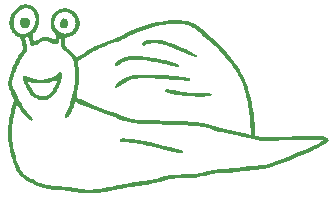
<source format=gto>
G04 Layer: TopSilkscreenLayer*
G04 EasyEDA v6.4.31, 2022-02-20 19:53:06*
G04 0ed3418abafd4005aecf6b74550100da,e2c35ec14d3a475c8af15a16e8970ea9,10*
G04 Gerber Generator version 0.2*
G04 Scale: 100 percent, Rotated: No, Reflected: No *
G04 Dimensions in millimeters *
G04 leading zeros omitted , absolute positions ,4 integer and 5 decimal *
%FSLAX45Y45*%
%MOMM*%

%ADD10C,0.0001*%

%LPD*%
G36*
X1974037Y-549706D02*
G01*
X1967738Y-549859D01*
X1961642Y-550316D01*
X1955698Y-551027D01*
X1950008Y-551992D01*
X1944573Y-553262D01*
X1939493Y-554837D01*
X1934718Y-556666D01*
X1930400Y-558800D01*
X1924964Y-561949D01*
X1914448Y-568909D01*
X1904492Y-576681D01*
X1895195Y-585216D01*
X1886508Y-594410D01*
X1878482Y-604215D01*
X1871218Y-614527D01*
X1864664Y-625348D01*
X1858924Y-636574D01*
X1853946Y-648106D01*
X1849882Y-659942D01*
X1846681Y-671931D01*
X1844446Y-684072D01*
X1843125Y-696214D01*
X1842852Y-704646D01*
X1879701Y-704646D01*
X1879803Y-697788D01*
X1880666Y-684784D01*
X1882393Y-672693D01*
X1884984Y-661466D01*
X1886610Y-656234D01*
X1888439Y-651205D01*
X1890471Y-646379D01*
X1892757Y-641807D01*
X1895246Y-637489D01*
X1898599Y-632256D01*
X1902206Y-627278D01*
X1906016Y-622503D01*
X1910029Y-617982D01*
X1918614Y-609650D01*
X1927809Y-602335D01*
X1932584Y-599033D01*
X1942490Y-593293D01*
X1947570Y-590804D01*
X1952701Y-588619D01*
X1963064Y-585114D01*
X1968296Y-583793D01*
X1973529Y-582777D01*
X1978710Y-582066D01*
X1989023Y-581609D01*
X1994052Y-581863D01*
X1999030Y-582472D01*
X2003907Y-583387D01*
X2008682Y-584606D01*
X2013305Y-586232D01*
X2017775Y-588162D01*
X2022093Y-590448D01*
X2026259Y-593140D01*
X2030475Y-596290D01*
X2034438Y-599592D01*
X2038197Y-603097D01*
X2041652Y-606755D01*
X2047849Y-614527D01*
X2050592Y-618591D01*
X2055317Y-627176D01*
X2059178Y-636168D01*
X2060752Y-640791D01*
X2063191Y-650341D01*
X2064105Y-655167D01*
X2065223Y-665022D01*
X2065528Y-675081D01*
X2065020Y-685139D01*
X2063699Y-695248D01*
X2061565Y-705256D01*
X2058670Y-715162D01*
X2055012Y-724814D01*
X2050694Y-734212D01*
X2045614Y-743204D01*
X2039874Y-751789D01*
X2033473Y-759866D01*
X2030069Y-763727D01*
X2022703Y-770940D01*
X2014728Y-777443D01*
X2006193Y-783183D01*
X2001723Y-785774D01*
X1992325Y-790244D01*
X1982419Y-793800D01*
X1972005Y-796340D01*
X1959864Y-798017D01*
X1953971Y-798525D01*
X1948688Y-798677D01*
X1943963Y-798423D01*
X1939594Y-797610D01*
X1935429Y-796340D01*
X1931365Y-794410D01*
X1927250Y-791870D01*
X1922932Y-788568D01*
X1918207Y-784555D01*
X1907184Y-773938D01*
X1896618Y-762863D01*
X1892503Y-757986D01*
X1889099Y-753313D01*
X1886356Y-748741D01*
X1884172Y-744067D01*
X1882546Y-739140D01*
X1881327Y-733755D01*
X1880514Y-727811D01*
X1880006Y-721055D01*
X1879701Y-704646D01*
X1842852Y-704646D01*
X1843074Y-714451D01*
X1843532Y-720496D01*
X1844293Y-726490D01*
X1845462Y-732536D01*
X1847088Y-738682D01*
X1849170Y-744982D01*
X1851660Y-751281D01*
X1854555Y-757631D01*
X1857806Y-763981D01*
X1861362Y-770229D01*
X1865223Y-776376D01*
X1869338Y-782370D01*
X1873656Y-788162D01*
X1878177Y-793699D01*
X1882851Y-798982D01*
X1887677Y-803910D01*
X1892554Y-808482D01*
X1897481Y-812698D01*
X1902460Y-816406D01*
X1907387Y-819607D01*
X1912315Y-822299D01*
X1917141Y-824433D01*
X1925574Y-827024D01*
X1928825Y-828395D01*
X1931670Y-830173D01*
X1934260Y-832459D01*
X1936597Y-835355D01*
X1938680Y-838962D01*
X1940610Y-843381D01*
X1942490Y-848664D01*
X1944268Y-855014D01*
X1947925Y-871169D01*
X1951989Y-892657D01*
X1954936Y-910539D01*
X1955647Y-917448D01*
X1955850Y-923340D01*
X1955444Y-928420D01*
X1954377Y-932992D01*
X1952701Y-937260D01*
X1950313Y-941527D01*
X1947164Y-945997D01*
X1932381Y-964387D01*
X1926031Y-973277D01*
X1919579Y-983183D01*
X1913026Y-993952D01*
X1906473Y-1005484D01*
X1899920Y-1017727D01*
X1887067Y-1043686D01*
X1880819Y-1057249D01*
X1868932Y-1084935D01*
X1863394Y-1098854D01*
X1853336Y-1126337D01*
X1848866Y-1139698D01*
X1844903Y-1152652D01*
X1841398Y-1165098D01*
X1838452Y-1176883D01*
X1836064Y-1187958D01*
X1834286Y-1198219D01*
X1833219Y-1207516D01*
X1832813Y-1215796D01*
X1833270Y-1224229D01*
X1834591Y-1233576D01*
X1836724Y-1243685D01*
X1839671Y-1254556D01*
X1843481Y-1266088D01*
X1848053Y-1278280D01*
X1853387Y-1291082D01*
X1859534Y-1304442D01*
X1886254Y-1360119D01*
X1868678Y-1416405D01*
X1860854Y-1443075D01*
X1853946Y-1468882D01*
X1847951Y-1493977D01*
X1842922Y-1518462D01*
X1838807Y-1542389D01*
X1835657Y-1566011D01*
X1833372Y-1589278D01*
X1832254Y-1606651D01*
X1831593Y-1629714D01*
X1831604Y-1642465D01*
X1864055Y-1642465D01*
X1864207Y-1631950D01*
X1865579Y-1608582D01*
X1868119Y-1582623D01*
X1871776Y-1555038D01*
X1876348Y-1526641D01*
X1881733Y-1498244D01*
X1887778Y-1470761D01*
X1890979Y-1457604D01*
X1894332Y-1444955D01*
X1907946Y-1399133D01*
X1934006Y-1438402D01*
X1942947Y-1450949D01*
X1952345Y-1463243D01*
X1961946Y-1475079D01*
X1971598Y-1486306D01*
X1981149Y-1496771D01*
X1990445Y-1506220D01*
X1999284Y-1514551D01*
X2007514Y-1521510D01*
X2014931Y-1527048D01*
X2018284Y-1529181D01*
X2024227Y-1532128D01*
X2026767Y-1532890D01*
X2028952Y-1533144D01*
X2033828Y-1532788D01*
X2037689Y-1531721D01*
X2040483Y-1529994D01*
X2042210Y-1527657D01*
X2042871Y-1524660D01*
X2042515Y-1521104D01*
X2041143Y-1517040D01*
X2038756Y-1512468D01*
X2035352Y-1507439D01*
X2030933Y-1501902D01*
X2025497Y-1496009D01*
X2016302Y-1487017D01*
X2010460Y-1480921D01*
X2004212Y-1473809D01*
X1997608Y-1465834D01*
X1990699Y-1457045D01*
X1976272Y-1437284D01*
X1961184Y-1415034D01*
X1945843Y-1390904D01*
X1938121Y-1378305D01*
X1926742Y-1358849D01*
X1912061Y-1332433D01*
X1905000Y-1319123D01*
X1894941Y-1299210D01*
X1879955Y-1267968D01*
X1874164Y-1255115D01*
X1869897Y-1244447D01*
X1867001Y-1235303D01*
X1866036Y-1231087D01*
X1864969Y-1223010D01*
X1864969Y-1214882D01*
X1865934Y-1206093D01*
X1867712Y-1195933D01*
X1870202Y-1183792D01*
X1872234Y-1175308D01*
X1874875Y-1165910D01*
X1878075Y-1155750D01*
X1886051Y-1133551D01*
X1895754Y-1109472D01*
X1906727Y-1084478D01*
X1915617Y-1065580D01*
X1921713Y-1053134D01*
X1931009Y-1034999D01*
X1943506Y-1012240D01*
X1949653Y-1001725D01*
X1961489Y-982980D01*
X1967128Y-974953D01*
X1977288Y-961644D01*
X1981707Y-955192D01*
X1985568Y-948842D01*
X1988769Y-942797D01*
X1991258Y-937260D01*
X1992934Y-932281D01*
X1993747Y-928217D01*
X1993544Y-925068D01*
X1989632Y-908303D01*
X1980387Y-862228D01*
X1976323Y-845007D01*
X1975764Y-839317D01*
X1977389Y-834644D01*
X1981047Y-831138D01*
X1986686Y-829056D01*
X1990801Y-828395D01*
X1994509Y-828294D01*
X1997811Y-828852D01*
X2000808Y-830122D01*
X2003450Y-832154D01*
X2005838Y-834999D01*
X2007971Y-838708D01*
X2009952Y-843330D01*
X2011730Y-848969D01*
X2013457Y-855624D01*
X2018436Y-882091D01*
X2020112Y-889406D01*
X2022093Y-894587D01*
X2024684Y-897991D01*
X2028240Y-899769D01*
X2033117Y-900277D01*
X2039518Y-899769D01*
X2047900Y-898499D01*
X2053742Y-897229D01*
X2060346Y-895248D01*
X2067509Y-892708D01*
X2074976Y-889609D01*
X2082546Y-886104D01*
X2090013Y-882294D01*
X2097024Y-878281D01*
X2110079Y-869797D01*
X2121611Y-862787D01*
X2126792Y-860196D01*
X2131720Y-858113D01*
X2136495Y-856640D01*
X2141118Y-855776D01*
X2145792Y-855421D01*
X2150618Y-855675D01*
X2155596Y-856538D01*
X2160879Y-857961D01*
X2166569Y-859942D01*
X2179472Y-865632D01*
X2202789Y-877569D01*
X2210003Y-880821D01*
X2216759Y-883412D01*
X2223058Y-885342D01*
X2228900Y-886612D01*
X2234336Y-887221D01*
X2239314Y-887120D01*
X2243886Y-886358D01*
X2248001Y-884936D01*
X2251760Y-882853D01*
X2255164Y-880059D01*
X2258110Y-876604D01*
X2260752Y-872439D01*
X2263038Y-867613D01*
X2264968Y-862076D01*
X2271725Y-834491D01*
X2272944Y-830783D01*
X2273960Y-828751D01*
X2274773Y-828497D01*
X2275484Y-829970D01*
X2275992Y-833272D01*
X2276703Y-845210D01*
X2277110Y-864463D01*
X2277618Y-878027D01*
X2278938Y-889914D01*
X2279954Y-895350D01*
X2281224Y-900480D01*
X2282799Y-905408D01*
X2284730Y-910132D01*
X2287066Y-914704D01*
X2289708Y-919124D01*
X2292807Y-923493D01*
X2296363Y-927862D01*
X2300376Y-932180D01*
X2304846Y-936599D01*
X2315464Y-945692D01*
X2328418Y-955548D01*
X2343861Y-966368D01*
X2351074Y-971753D01*
X2357678Y-977646D01*
X2363724Y-984148D01*
X2369210Y-991260D01*
X2374188Y-999083D01*
X2378608Y-1007668D01*
X2382520Y-1017066D01*
X2385923Y-1027277D01*
X2387498Y-1032713D01*
X2390190Y-1044346D01*
X2392476Y-1056995D01*
X2394305Y-1070660D01*
X2395728Y-1085494D01*
X2396744Y-1101445D01*
X2397404Y-1118616D01*
X2397658Y-1137056D01*
X2397455Y-1170635D01*
X2396591Y-1198270D01*
X2394864Y-1222857D01*
X2393645Y-1234490D01*
X2392121Y-1246073D01*
X2388057Y-1269695D01*
X2382469Y-1295400D01*
X2375099Y-1325219D01*
X2413203Y-1325219D01*
X2413457Y-1319631D01*
X2414219Y-1312773D01*
X2417368Y-1294231D01*
X2424836Y-1255877D01*
X2426868Y-1244142D01*
X2429306Y-1226718D01*
X2430627Y-1215085D01*
X2432354Y-1191056D01*
X2432862Y-1178560D01*
X2433066Y-1165453D01*
X2432964Y-1144625D01*
X2432558Y-1129741D01*
X2428036Y-1025652D01*
X2511501Y-975664D01*
X2537409Y-960780D01*
X2562453Y-946962D01*
X2586736Y-934212D01*
X2610408Y-922375D01*
X2639263Y-908862D01*
X2661920Y-899007D01*
X2689961Y-887780D01*
X2712262Y-879602D01*
X2740152Y-870051D01*
X2752140Y-865581D01*
X2777337Y-855370D01*
X2802737Y-844092D01*
X2826308Y-832612D01*
X2836773Y-827125D01*
X2853893Y-817422D01*
X2870403Y-808634D01*
X2879090Y-804367D01*
X2892653Y-798068D01*
X2911957Y-789838D01*
X2932633Y-781761D01*
X2954832Y-773836D01*
X2978708Y-766013D01*
X3004312Y-758190D01*
X3031845Y-750417D01*
X3061309Y-742645D01*
X3092907Y-734771D01*
X3122930Y-727811D01*
X3136392Y-725017D01*
X3149244Y-722630D01*
X3161741Y-720648D01*
X3173933Y-719023D01*
X3186176Y-717702D01*
X3198520Y-716788D01*
X3211271Y-716127D01*
X3224530Y-715721D01*
X3253536Y-715721D01*
X3286912Y-716584D01*
X3301136Y-717194D01*
X3313531Y-718007D01*
X3324504Y-719074D01*
X3334359Y-720547D01*
X3343503Y-722426D01*
X3352241Y-724763D01*
X3360928Y-727710D01*
X3369919Y-731266D01*
X3379571Y-735533D01*
X3401771Y-746353D01*
X3413099Y-752551D01*
X3424021Y-759104D01*
X3434435Y-765962D01*
X3444087Y-772922D01*
X3452723Y-779780D01*
X3460140Y-786485D01*
X3466185Y-792784D01*
X3470960Y-798677D01*
X3477158Y-805586D01*
X3485032Y-813612D01*
X3494278Y-822452D01*
X3504641Y-831900D01*
X3515715Y-841603D01*
X3527298Y-851306D01*
X3548938Y-868426D01*
X3565956Y-882345D01*
X3583279Y-897686D01*
X3600805Y-914247D01*
X3618484Y-931976D01*
X3636162Y-950721D01*
X3653739Y-970280D01*
X3671112Y-990600D01*
X3688181Y-1011580D01*
X3704844Y-1032967D01*
X3716985Y-1049274D01*
X3736492Y-1076756D01*
X3744010Y-1087780D01*
X3761841Y-1115314D01*
X3775100Y-1137259D01*
X3781399Y-1148080D01*
X3793083Y-1169568D01*
X3802583Y-1188516D01*
X3810558Y-1206296D01*
X3818280Y-1225448D01*
X3825697Y-1245768D01*
X3831031Y-1261719D01*
X3837838Y-1283919D01*
X3845814Y-1312926D01*
X3848862Y-1324864D01*
X3855974Y-1355547D01*
X3859885Y-1374444D01*
X3865930Y-1406601D01*
X3871163Y-1439367D01*
X3874820Y-1465935D01*
X3878630Y-1499412D01*
X3879900Y-1512824D01*
X3882034Y-1539646D01*
X3888028Y-1652676D01*
X3867607Y-1647088D01*
X3836111Y-1639925D01*
X3779520Y-1627733D01*
X3710787Y-1613306D01*
X3664559Y-1603044D01*
X3635298Y-1596034D01*
X3608476Y-1589227D01*
X3585159Y-1582877D01*
X3566363Y-1577238D01*
X3553104Y-1572615D01*
X3540556Y-1567434D01*
X3526739Y-1562658D01*
X3511194Y-1558442D01*
X3497275Y-1555394D01*
X3481628Y-1552651D01*
X3464051Y-1550111D01*
X3444240Y-1547825D01*
X3421938Y-1545793D01*
X3396894Y-1543862D01*
X3368801Y-1542135D01*
X3337407Y-1540510D01*
X3263595Y-1537512D01*
X3173323Y-1534718D01*
X3071825Y-1531924D01*
X2994812Y-1529334D01*
X2965094Y-1527962D01*
X2940202Y-1526489D01*
X2919374Y-1524863D01*
X2901899Y-1522933D01*
X2886913Y-1520748D01*
X2873756Y-1518208D01*
X2858617Y-1514449D01*
X2846628Y-1510893D01*
X2833065Y-1506423D01*
X2793796Y-1492351D01*
X2741980Y-1472895D01*
X2682290Y-1449933D01*
X2595981Y-1415999D01*
X2536444Y-1392123D01*
X2484831Y-1370990D01*
X2445969Y-1354429D01*
X2432812Y-1348486D01*
X2424531Y-1344422D01*
X2422448Y-1343152D01*
X2419604Y-1340916D01*
X2417267Y-1338681D01*
X2415489Y-1336243D01*
X2414219Y-1333296D01*
X2413406Y-1329690D01*
X2413203Y-1325219D01*
X2375099Y-1325219D01*
X2366467Y-1356817D01*
X2357018Y-1387195D01*
X2352192Y-1401419D01*
X2347417Y-1414678D01*
X2342692Y-1426768D01*
X2338171Y-1437487D01*
X2333955Y-1446631D01*
X2330043Y-1453946D01*
X2323744Y-1464056D01*
X2319985Y-1470964D01*
X2316988Y-1477518D01*
X2314702Y-1483614D01*
X2313228Y-1489252D01*
X2312466Y-1494332D01*
X2312466Y-1498752D01*
X2313279Y-1502562D01*
X2314854Y-1505610D01*
X2317191Y-1507845D01*
X2320340Y-1509268D01*
X2324252Y-1509725D01*
X2326538Y-1509268D01*
X2329180Y-1507896D01*
X2332126Y-1505712D01*
X2335326Y-1502765D01*
X2338832Y-1499158D01*
X2346299Y-1490167D01*
X2354122Y-1479296D01*
X2361996Y-1467104D01*
X2369566Y-1454099D01*
X2376424Y-1440891D01*
X2382215Y-1428038D01*
X2386634Y-1416100D01*
X2389987Y-1403858D01*
X2393899Y-1391869D01*
X2395829Y-1386890D01*
X2397709Y-1382776D01*
X2399487Y-1379677D01*
X2401062Y-1377746D01*
X2402382Y-1377035D01*
X2407107Y-1378458D01*
X2435555Y-1388922D01*
X2484374Y-1407668D01*
X2702864Y-1493469D01*
X2734665Y-1505610D01*
X2763113Y-1516176D01*
X2788615Y-1525219D01*
X2811576Y-1532991D01*
X2832354Y-1539443D01*
X2851454Y-1544828D01*
X2869234Y-1549196D01*
X2877769Y-1551076D01*
X2898444Y-1554835D01*
X2914751Y-1557020D01*
X2935528Y-1559052D01*
X2953004Y-1560169D01*
X2971647Y-1560982D01*
X3046628Y-1563319D01*
X3225952Y-1570329D01*
X3314496Y-1574241D01*
X3397250Y-1578356D01*
X3427679Y-1580388D01*
X3452418Y-1582521D01*
X3472738Y-1584960D01*
X3489858Y-1587804D01*
X3504996Y-1591259D01*
X3512210Y-1593240D01*
X3530396Y-1599184D01*
X3546398Y-1604924D01*
X3566210Y-1611477D01*
X3589731Y-1618437D01*
X3615486Y-1625498D01*
X3648760Y-1633829D01*
X3674567Y-1639620D01*
X3716680Y-1648256D01*
X3764279Y-1658315D01*
X3821328Y-1670812D01*
X3868267Y-1681378D01*
X3974846Y-1706118D01*
X4270603Y-1699818D01*
X4350207Y-1698548D01*
X4417364Y-1697939D01*
X4467656Y-1698040D01*
X4485132Y-1698396D01*
X4500118Y-1699209D01*
X4501896Y-1699564D01*
X4502099Y-1699768D01*
X4501946Y-1700326D01*
X4500524Y-1701800D01*
X4497832Y-1703832D01*
X4488637Y-1709420D01*
X4474870Y-1716786D01*
X4452112Y-1728165D01*
X4430064Y-1738731D01*
X4377842Y-1762810D01*
X4318355Y-1789328D01*
X4287164Y-1802892D01*
X4240072Y-1822957D01*
X4179366Y-1848154D01*
X4151071Y-1859483D01*
X4124807Y-1869693D01*
X4101185Y-1878584D01*
X4080662Y-1885899D01*
X4059885Y-1892554D01*
X4044492Y-1896922D01*
X4028897Y-1900783D01*
X4007358Y-1905254D01*
X3984396Y-1909013D01*
X3959402Y-1912213D01*
X3931767Y-1915007D01*
X3896918Y-1917903D01*
X3860292Y-1921256D01*
X3830726Y-1924456D01*
X3811828Y-1927098D01*
X3804107Y-1928875D01*
X3789679Y-1930806D01*
X3766616Y-1933143D01*
X3737000Y-1935632D01*
X3670757Y-1940306D01*
X3637076Y-1943100D01*
X3611575Y-1945792D01*
X3581298Y-1949754D01*
X3558235Y-1953463D01*
X3535984Y-1957628D01*
X3514445Y-1962251D01*
X3464407Y-1974596D01*
X3443376Y-1979117D01*
X3428187Y-1981809D01*
X3413048Y-1983993D01*
X3392017Y-1986178D01*
X3369005Y-1987702D01*
X3342843Y-1988616D01*
X3312464Y-1989175D01*
X3274618Y-1989582D01*
X3242716Y-1990394D01*
X3229254Y-1991055D01*
X3217011Y-1991969D01*
X3205683Y-1993138D01*
X3195015Y-1994611D01*
X3184702Y-1996439D01*
X3174390Y-1998675D01*
X3163874Y-2001316D01*
X3152800Y-2004415D01*
X3106166Y-2019147D01*
X3086049Y-2024888D01*
X3064967Y-2030171D01*
X3042716Y-2035098D01*
X3019247Y-2039620D01*
X2994456Y-2043836D01*
X2968244Y-2047697D01*
X2917088Y-2054098D01*
X2893669Y-2057247D01*
X2862427Y-2061921D01*
X2830068Y-2067204D01*
X2804261Y-2071674D01*
X2779115Y-2076297D01*
X2755341Y-2080920D01*
X2733446Y-2085492D01*
X2694686Y-2094230D01*
X2671267Y-2099056D01*
X2641092Y-2104644D01*
X2612136Y-2109216D01*
X2598115Y-2111146D01*
X2571089Y-2114194D01*
X2558084Y-2115362D01*
X2533243Y-2116886D01*
X2509875Y-2117445D01*
X2488133Y-2116937D01*
X2477871Y-2116277D01*
X2458669Y-2114245D01*
X2449728Y-2112822D01*
X2434386Y-2109774D01*
X2415184Y-2106625D01*
X2389987Y-2103170D01*
X2360371Y-2099513D01*
X2328011Y-2095855D01*
X2242362Y-2087625D01*
X2212136Y-2084374D01*
X2186127Y-2080971D01*
X2174443Y-2079142D01*
X2153056Y-2075078D01*
X2143150Y-2072792D01*
X2133600Y-2070303D01*
X2124303Y-2067560D01*
X2115210Y-2064562D01*
X2096973Y-2057704D01*
X2078024Y-2049424D01*
X2057450Y-2039620D01*
X2039416Y-2030526D01*
X2026615Y-2023719D01*
X2014880Y-2017064D01*
X2004161Y-2010562D01*
X1994407Y-2004009D01*
X1985416Y-1997405D01*
X1977136Y-1990547D01*
X1969465Y-1983486D01*
X1962302Y-1976018D01*
X1955546Y-1968093D01*
X1949094Y-1959610D01*
X1942846Y-1950466D01*
X1936750Y-1940560D01*
X1930654Y-1929892D01*
X1925675Y-1920544D01*
X1921865Y-1912569D01*
X1918055Y-1903730D01*
X1910486Y-1883816D01*
X1903120Y-1861362D01*
X1895957Y-1836928D01*
X1889201Y-1811020D01*
X1883003Y-1784299D01*
X1877466Y-1757324D01*
X1874977Y-1743862D01*
X1871675Y-1723999D01*
X1868068Y-1698447D01*
X1865528Y-1674368D01*
X1864715Y-1663141D01*
X1864207Y-1652473D01*
X1864055Y-1642465D01*
X1831604Y-1642465D01*
X1832254Y-1664411D01*
X1833829Y-1687830D01*
X1834896Y-1699615D01*
X1837791Y-1723491D01*
X1841550Y-1747875D01*
X1844954Y-1766519D01*
X1850237Y-1792020D01*
X1857451Y-1822754D01*
X1865426Y-1852625D01*
X1869541Y-1866595D01*
X1873808Y-1879955D01*
X1878228Y-1892706D01*
X1882800Y-1904847D01*
X1887524Y-1916480D01*
X1892503Y-1927555D01*
X1897634Y-1938121D01*
X1903018Y-1948230D01*
X1908606Y-1957882D01*
X1914499Y-1967077D01*
X1920646Y-1975866D01*
X1927098Y-1984298D01*
X1933854Y-1992375D01*
X1940915Y-2000097D01*
X1948383Y-2007514D01*
X1956155Y-2014626D01*
X1964334Y-2021484D01*
X1972868Y-2028088D01*
X1981860Y-2034489D01*
X1991207Y-2040686D01*
X2001062Y-2046681D01*
X2011375Y-2052574D01*
X2022144Y-2058365D01*
X2033422Y-2064004D01*
X2058568Y-2075738D01*
X2082596Y-2086102D01*
X2094077Y-2090623D01*
X2105304Y-2094738D01*
X2116429Y-2098497D01*
X2127504Y-2101900D01*
X2138578Y-2104999D01*
X2149805Y-2107793D01*
X2161235Y-2110282D01*
X2172970Y-2112518D01*
X2185111Y-2114499D01*
X2210968Y-2117902D01*
X2239467Y-2120595D01*
X2293416Y-2124659D01*
X2326944Y-2127961D01*
X2354122Y-2131110D01*
X2380030Y-2134463D01*
X2403246Y-2137918D01*
X2424836Y-2141474D01*
X2436418Y-2143150D01*
X2459990Y-2145792D01*
X2484018Y-2147519D01*
X2496210Y-2148078D01*
X2520797Y-2148484D01*
X2545740Y-2148027D01*
X2558288Y-2147468D01*
X2577236Y-2146198D01*
X2602636Y-2143760D01*
X2628188Y-2140407D01*
X2641041Y-2138426D01*
X2660243Y-2135022D01*
X2685897Y-2129739D01*
X2735275Y-2118004D01*
X2758592Y-2113229D01*
X2784805Y-2108301D01*
X2813050Y-2103323D01*
X2857347Y-2096211D01*
X2886862Y-2091943D01*
X2915361Y-2088134D01*
X2947822Y-2084070D01*
X2979318Y-2079701D01*
X3008122Y-2075230D01*
X3034538Y-2070506D01*
X3058972Y-2065528D01*
X3081680Y-2060193D01*
X3103118Y-2054504D01*
X3118459Y-2049881D01*
X3142284Y-2042109D01*
X3166059Y-2034743D01*
X3176524Y-2031898D01*
X3186480Y-2029460D01*
X3196132Y-2027529D01*
X3205835Y-2026005D01*
X3215843Y-2024786D01*
X3226358Y-2023922D01*
X3250336Y-2023008D01*
X3280003Y-2022957D01*
X3312312Y-2023262D01*
X3344468Y-2023008D01*
X3366820Y-2022144D01*
X3387598Y-2020468D01*
X3397808Y-2019300D01*
X3418535Y-2016150D01*
X3440836Y-2011832D01*
X3465982Y-2006244D01*
X3495294Y-1999234D01*
X3525672Y-1992426D01*
X3554222Y-1986940D01*
X3567836Y-1984654D01*
X3593693Y-1981047D01*
X3606037Y-1979726D01*
X3617925Y-1978710D01*
X3629456Y-1977999D01*
X3652723Y-1977491D01*
X3681120Y-1976475D01*
X3702608Y-1975154D01*
X3728720Y-1972818D01*
X3739794Y-1971446D01*
X3755136Y-1968957D01*
X3772103Y-1966620D01*
X3819347Y-1961286D01*
X3846931Y-1958593D01*
X3910939Y-1953056D01*
X3940759Y-1949704D01*
X3970426Y-1945792D01*
X3998468Y-1941423D01*
X4023207Y-1936851D01*
X4033926Y-1934616D01*
X4043273Y-1932381D01*
X4060748Y-1927352D01*
X4081018Y-1920798D01*
X4103674Y-1912924D01*
X4128363Y-1903882D01*
X4154830Y-1893773D01*
X4182618Y-1882800D01*
X4248607Y-1855622D01*
X4278630Y-1842820D01*
X4345533Y-1813306D01*
X4401820Y-1787398D01*
X4427931Y-1774952D01*
X4452264Y-1763064D01*
X4474464Y-1751888D01*
X4494225Y-1741525D01*
X4511141Y-1732178D01*
X4524959Y-1723948D01*
X4535322Y-1717039D01*
X4539081Y-1714144D01*
X4541824Y-1711604D01*
X4544060Y-1708505D01*
X4545431Y-1703628D01*
X4545736Y-1698904D01*
X4544974Y-1694383D01*
X4543196Y-1690116D01*
X4540402Y-1686102D01*
X4536541Y-1682292D01*
X4531715Y-1678787D01*
X4525924Y-1675536D01*
X4519117Y-1672539D01*
X4511395Y-1669897D01*
X4502708Y-1667510D01*
X4491532Y-1665224D01*
X4481576Y-1664360D01*
X4466336Y-1663750D01*
X4446320Y-1663395D01*
X4408576Y-1663242D01*
X4346752Y-1663954D01*
X4275886Y-1665528D01*
X4193133Y-1668170D01*
X4125722Y-1669796D01*
X4066133Y-1670659D01*
X4022394Y-1670710D01*
X4001617Y-1670456D01*
X3984294Y-1669999D01*
X3970782Y-1669288D01*
X3961333Y-1668373D01*
X3947363Y-1665884D01*
X3937965Y-1663801D01*
X3931158Y-1661617D01*
X3926484Y-1658975D01*
X3923639Y-1655622D01*
X3922217Y-1651254D01*
X3921861Y-1645564D01*
X3922725Y-1625498D01*
X3922725Y-1606296D01*
X3921861Y-1584807D01*
X3920286Y-1561388D01*
X3917289Y-1529791D01*
X3914140Y-1503070D01*
X3910380Y-1475384D01*
X3906113Y-1447088D01*
X3900068Y-1411325D01*
X3894734Y-1382826D01*
X3887520Y-1347724D01*
X3879799Y-1313891D01*
X3873296Y-1288186D01*
X3866642Y-1263954D01*
X3859784Y-1241552D01*
X3856482Y-1231646D01*
X3849217Y-1212494D01*
X3840378Y-1192225D01*
X3830116Y-1171041D01*
X3818534Y-1149045D01*
X3805834Y-1126490D01*
X3792067Y-1103579D01*
X3777437Y-1080363D01*
X3758031Y-1051356D01*
X3745890Y-1034084D01*
X3733495Y-1016914D01*
X3720846Y-1000048D01*
X3703675Y-978052D01*
X3686301Y-956818D01*
X3668877Y-936498D01*
X3651504Y-917295D01*
X3634282Y-899363D01*
X3625799Y-890930D01*
X3609086Y-875284D01*
X3592880Y-861314D01*
X3560826Y-836015D01*
X3542131Y-820216D01*
X3522827Y-803249D01*
X3504488Y-786384D01*
X3477107Y-760171D01*
X3467354Y-751433D01*
X3457803Y-743356D01*
X3448405Y-735939D01*
X3439058Y-729132D01*
X3429762Y-722934D01*
X3420364Y-717296D01*
X3410864Y-712216D01*
X3401161Y-707644D01*
X3391255Y-703529D01*
X3381044Y-699922D01*
X3370427Y-696722D01*
X3359404Y-693928D01*
X3347872Y-691540D01*
X3335782Y-689508D01*
X3323082Y-687832D01*
X3309721Y-686460D01*
X3295599Y-685342D01*
X3280613Y-684479D01*
X3250895Y-683463D01*
X3237687Y-683209D01*
X3219399Y-683310D01*
X3207918Y-683666D01*
X3196793Y-684326D01*
X3185820Y-685241D01*
X3174746Y-686460D01*
X3163366Y-688035D01*
X3151479Y-689965D01*
X3125317Y-694994D01*
X3094634Y-701649D01*
X3060700Y-709523D01*
X3029305Y-717296D01*
X3000298Y-725017D01*
X2973425Y-732688D01*
X2948584Y-740460D01*
X2925572Y-748334D01*
X2904236Y-756412D01*
X2884373Y-764743D01*
X2874924Y-769010D01*
X2861360Y-775563D01*
X2844139Y-784656D01*
X2827477Y-794308D01*
X2817520Y-799744D01*
X2806293Y-805484D01*
X2780995Y-817372D01*
X2767431Y-823315D01*
X2739796Y-834542D01*
X2726232Y-839673D01*
X2681427Y-855268D01*
X2660040Y-863549D01*
X2637942Y-872744D01*
X2615285Y-882853D01*
X2592222Y-893775D01*
X2568854Y-905408D01*
X2545334Y-917752D01*
X2521813Y-930706D01*
X2492552Y-947674D01*
X2463698Y-965403D01*
X2415844Y-995934D01*
X2383790Y-960831D01*
X2375154Y-952144D01*
X2366111Y-943610D01*
X2357170Y-935685D01*
X2348738Y-928827D01*
X2341372Y-923391D01*
X2331923Y-917295D01*
X2326995Y-913333D01*
X2323236Y-909066D01*
X2320493Y-904189D01*
X2318613Y-898296D01*
X2317496Y-891133D01*
X2316886Y-882243D01*
X2316734Y-834390D01*
X2361184Y-818489D01*
X2371191Y-813917D01*
X2380538Y-808685D01*
X2389225Y-802843D01*
X2397201Y-796391D01*
X2404465Y-789432D01*
X2411069Y-781964D01*
X2416962Y-774090D01*
X2422144Y-765810D01*
X2426563Y-757224D01*
X2430322Y-748284D01*
X2433370Y-739190D01*
X2435656Y-729843D01*
X2437231Y-720394D01*
X2438044Y-710844D01*
X2438146Y-701243D01*
X2437485Y-691692D01*
X2436114Y-682193D01*
X2433980Y-672795D01*
X2431034Y-663549D01*
X2427376Y-654558D01*
X2422956Y-645769D01*
X2417775Y-637336D01*
X2411831Y-629259D01*
X2405075Y-621588D01*
X2397556Y-614375D01*
X2389225Y-607669D01*
X2380132Y-601522D01*
X2369464Y-595579D01*
X2363673Y-592785D01*
X2357932Y-590296D01*
X2352192Y-588162D01*
X2346452Y-586333D01*
X2340711Y-584809D01*
X2335022Y-583590D01*
X2329281Y-582726D01*
X2323592Y-582168D01*
X2317851Y-581863D01*
X2312060Y-581964D01*
X2306320Y-582320D01*
X2294686Y-583996D01*
X2288794Y-585317D01*
X2276906Y-588924D01*
X2270912Y-591210D01*
X2258720Y-596696D01*
X2252268Y-599998D01*
X2246274Y-603402D01*
X2240584Y-606958D01*
X2235352Y-610616D01*
X2230424Y-614375D01*
X2225852Y-618337D01*
X2221636Y-622452D01*
X2217724Y-626719D01*
X2214168Y-631190D01*
X2210917Y-635914D01*
X2207971Y-640842D01*
X2205329Y-645972D01*
X2202992Y-651408D01*
X2200910Y-657098D01*
X2199081Y-663041D01*
X2196236Y-675894D01*
X2194356Y-690067D01*
X2193275Y-706475D01*
X2223566Y-706475D01*
X2223617Y-700735D01*
X2223973Y-695045D01*
X2224633Y-689356D01*
X2225700Y-683768D01*
X2227072Y-678230D01*
X2228748Y-672795D01*
X2230729Y-667512D01*
X2233015Y-662330D01*
X2235657Y-657352D01*
X2238603Y-652576D01*
X2241804Y-647954D01*
X2245309Y-643636D01*
X2249119Y-639521D01*
X2253234Y-635711D01*
X2257602Y-632155D01*
X2262276Y-628954D01*
X2267204Y-626110D01*
X2272385Y-623570D01*
X2279954Y-620420D01*
X2286965Y-617829D01*
X2293518Y-615797D01*
X2299716Y-614324D01*
X2305659Y-613410D01*
X2311501Y-613105D01*
X2317343Y-613308D01*
X2323287Y-614070D01*
X2329484Y-615442D01*
X2335987Y-617321D01*
X2342946Y-619810D01*
X2350516Y-622808D01*
X2355596Y-625144D01*
X2360472Y-627735D01*
X2365044Y-630529D01*
X2369362Y-633628D01*
X2373426Y-636930D01*
X2377236Y-640384D01*
X2384044Y-647954D01*
X2389835Y-656234D01*
X2392324Y-660552D01*
X2394559Y-665022D01*
X2396540Y-669594D01*
X2399690Y-679043D01*
X2401824Y-688797D01*
X2402890Y-698754D01*
X2402941Y-708812D01*
X2401925Y-718769D01*
X2401011Y-723747D01*
X2399842Y-728675D01*
X2398420Y-733501D01*
X2396744Y-738276D01*
X2394813Y-743000D01*
X2392629Y-747572D01*
X2390140Y-752043D01*
X2387396Y-756412D01*
X2384399Y-760628D01*
X2381148Y-764692D01*
X2377643Y-768553D01*
X2373884Y-772261D01*
X2369870Y-775766D01*
X2365552Y-779068D01*
X2360980Y-782167D01*
X2356154Y-785012D01*
X2351074Y-787603D01*
X2345486Y-790041D01*
X2339898Y-792022D01*
X2334209Y-793597D01*
X2328468Y-794766D01*
X2322728Y-795528D01*
X2316988Y-795832D01*
X2311247Y-795782D01*
X2305558Y-795324D01*
X2299868Y-794461D01*
X2294178Y-793191D01*
X2288590Y-791565D01*
X2283104Y-789533D01*
X2277668Y-787095D01*
X2272334Y-784301D01*
X2267102Y-781151D01*
X2262022Y-777595D01*
X2257044Y-773684D01*
X2252268Y-769366D01*
X2247646Y-764743D01*
X2243175Y-759714D01*
X2239518Y-755040D01*
X2236266Y-750163D01*
X2233371Y-745083D01*
X2230882Y-739902D01*
X2228748Y-734517D01*
X2227021Y-729081D01*
X2225598Y-723493D01*
X2224582Y-717854D01*
X2223922Y-712165D01*
X2223566Y-706475D01*
X2193275Y-706475D01*
X2192985Y-714908D01*
X2193137Y-724458D01*
X2194102Y-733094D01*
X2196033Y-741273D01*
X2197404Y-745337D01*
X2201113Y-753770D01*
X2206193Y-762965D01*
X2212949Y-773430D01*
X2221433Y-785723D01*
X2231948Y-800252D01*
X2235149Y-806754D01*
X2236927Y-815086D01*
X2237181Y-824280D01*
X2235758Y-833475D01*
X2230577Y-854252D01*
X2193747Y-835609D01*
X2187803Y-832967D01*
X2176272Y-828700D01*
X2170684Y-827024D01*
X2159711Y-824737D01*
X2154326Y-824128D01*
X2148992Y-823823D01*
X2143658Y-823823D01*
X2133142Y-824890D01*
X2127910Y-825957D01*
X2122627Y-827328D01*
X2117293Y-829056D01*
X2111959Y-831087D01*
X2106574Y-833475D01*
X2101088Y-836218D01*
X2083511Y-846582D01*
X2077262Y-850036D01*
X2071319Y-853033D01*
X2065883Y-855471D01*
X2061108Y-857300D01*
X2057095Y-858469D01*
X2054047Y-858875D01*
X2052116Y-858469D01*
X2049170Y-854913D01*
X2046020Y-848258D01*
X2043023Y-839469D01*
X2040585Y-829462D01*
X2039416Y-822401D01*
X2038959Y-816203D01*
X2039264Y-810615D01*
X2040382Y-805434D01*
X2042464Y-800404D01*
X2045512Y-795375D01*
X2049576Y-790143D01*
X2058873Y-779932D01*
X2066442Y-770686D01*
X2073148Y-760984D01*
X2079091Y-750874D01*
X2084171Y-740410D01*
X2088489Y-729691D01*
X2091943Y-718769D01*
X2094636Y-707644D01*
X2096465Y-696468D01*
X2097532Y-685292D01*
X2097786Y-674116D01*
X2097278Y-663041D01*
X2095957Y-652119D01*
X2093823Y-641400D01*
X2092502Y-636117D01*
X2089200Y-625856D01*
X2085136Y-615899D01*
X2080260Y-606450D01*
X2074621Y-597408D01*
X2071522Y-593090D01*
X2064715Y-584962D01*
X2057146Y-577392D01*
X2053082Y-573887D01*
X2044344Y-567436D01*
X2039772Y-564642D01*
X2034844Y-562051D01*
X2029561Y-559714D01*
X2023973Y-557631D01*
X2018131Y-555752D01*
X2012137Y-554126D01*
X2005939Y-552754D01*
X1999589Y-551637D01*
X1986788Y-550164D01*
G37*
G36*
X1975307Y-660349D02*
G01*
X1969617Y-660450D01*
X1964080Y-660958D01*
X1958898Y-661822D01*
X1954123Y-662990D01*
X1949957Y-664413D01*
X1946554Y-666089D01*
X1944014Y-668020D01*
X1940661Y-672236D01*
X1938070Y-677468D01*
X1936191Y-683412D01*
X1934972Y-689914D01*
X1934514Y-696874D01*
X1934667Y-703986D01*
X1935530Y-711098D01*
X1937054Y-718058D01*
X1939188Y-724662D01*
X1941931Y-730707D01*
X1945284Y-735990D01*
X1949246Y-740359D01*
X1953564Y-743864D01*
X1958035Y-746607D01*
X1962556Y-748690D01*
X1967077Y-750112D01*
X1971700Y-750874D01*
X1976221Y-751078D01*
X1980742Y-750722D01*
X1985162Y-749808D01*
X1989480Y-748385D01*
X1993595Y-746455D01*
X1997557Y-744067D01*
X2001266Y-741273D01*
X2004771Y-738124D01*
X2007920Y-734517D01*
X2010765Y-730656D01*
X2013254Y-726440D01*
X2015337Y-721918D01*
X2016963Y-717143D01*
X2018131Y-712165D01*
X2018842Y-706983D01*
X2018995Y-701649D01*
X2018538Y-696163D01*
X2017522Y-690575D01*
X2015845Y-684885D01*
X2013457Y-678840D01*
X2010867Y-673912D01*
X2007870Y-669950D01*
X2004263Y-666800D01*
X1999945Y-664464D01*
X1994763Y-662686D01*
X1988464Y-661466D01*
X1980946Y-660603D01*
G37*
G36*
X2303983Y-667512D02*
G01*
X2298801Y-668680D01*
X2293670Y-671322D01*
X2288387Y-675487D01*
X2282850Y-681075D01*
X2279243Y-685444D01*
X2276246Y-690016D01*
X2273858Y-694690D01*
X2271979Y-699465D01*
X2270658Y-704240D01*
X2269845Y-709066D01*
X2269540Y-713841D01*
X2269693Y-718566D01*
X2270404Y-723138D01*
X2271522Y-727557D01*
X2273096Y-731723D01*
X2275179Y-735634D01*
X2277618Y-739292D01*
X2280513Y-742594D01*
X2283764Y-745490D01*
X2287422Y-747928D01*
X2291435Y-749960D01*
X2295855Y-751433D01*
X2300579Y-752348D01*
X2305659Y-752652D01*
X2310688Y-752246D01*
X2315464Y-751128D01*
X2319883Y-749249D01*
X2323998Y-746810D01*
X2327706Y-743813D01*
X2331110Y-740308D01*
X2334056Y-736346D01*
X2336647Y-732078D01*
X2338781Y-727506D01*
X2340457Y-722731D01*
X2341626Y-717753D01*
X2342337Y-712724D01*
X2342540Y-707694D01*
X2342184Y-702665D01*
X2341321Y-697738D01*
X2339848Y-693013D01*
X2337816Y-688543D01*
X2335174Y-684326D01*
X2331872Y-680516D01*
X2327910Y-677164D01*
X2321153Y-672642D01*
X2314956Y-669493D01*
X2309317Y-667816D01*
G37*
G36*
X3059734Y-847090D02*
G01*
X3045764Y-847344D01*
X3032709Y-848055D01*
X3020923Y-849121D01*
X3010814Y-850646D01*
X3006445Y-851560D01*
X2999384Y-853744D01*
X2993644Y-856386D01*
X2988259Y-859434D01*
X2983382Y-862736D01*
X2979064Y-866343D01*
X2975305Y-870051D01*
X2972206Y-873912D01*
X2969768Y-877722D01*
X2968142Y-881481D01*
X2967278Y-885037D01*
X2967329Y-888390D01*
X2968294Y-891489D01*
X2970225Y-894130D01*
X2975254Y-897077D01*
X2982163Y-897382D01*
X2991053Y-894994D01*
X3006293Y-888034D01*
X3010611Y-886307D01*
X3020263Y-883310D01*
X3030982Y-881024D01*
X3042716Y-879348D01*
X3055213Y-878382D01*
X3068370Y-878027D01*
X3081985Y-878332D01*
X3095904Y-879348D01*
X3109976Y-880973D01*
X3123996Y-883259D01*
X3137814Y-886206D01*
X3151276Y-889762D01*
X3166110Y-894689D01*
X3187039Y-902309D01*
X3212592Y-912012D01*
X3241243Y-923340D01*
X3286912Y-941933D01*
X3325825Y-958291D01*
X3364585Y-974242D01*
X3379978Y-980287D01*
X3392982Y-985062D01*
X3403752Y-988720D01*
X3412439Y-991260D01*
X3419297Y-992682D01*
X3424478Y-993089D01*
X3428136Y-992479D01*
X3429457Y-991819D01*
X3430473Y-990955D01*
X3431184Y-989837D01*
X3431692Y-988517D01*
X3431895Y-985215D01*
X3431387Y-981100D01*
X3430930Y-980033D01*
X3428441Y-977341D01*
X3424021Y-973886D01*
X3417722Y-969771D01*
X3409848Y-965098D01*
X3389680Y-954176D01*
X3364839Y-941730D01*
X3336493Y-928319D01*
X3305911Y-914501D01*
X3274415Y-900836D01*
X3235553Y-884834D01*
X3206445Y-873506D01*
X3180435Y-864209D01*
X3168954Y-860450D01*
X3158744Y-857402D01*
X3149955Y-855167D01*
X3138220Y-852830D01*
X3125165Y-850849D01*
X3111195Y-849325D01*
X3096615Y-848156D01*
X3081782Y-847445D01*
G37*
G36*
X2913786Y-987145D02*
G01*
X2896362Y-987247D01*
X2880969Y-987602D01*
X2867355Y-988212D01*
X2855315Y-989126D01*
X2844495Y-990346D01*
X2834741Y-992022D01*
X2825750Y-994054D01*
X2817266Y-996543D01*
X2808986Y-999490D01*
X2800756Y-1002995D01*
X2785618Y-1010259D01*
X2772664Y-1017320D01*
X2761894Y-1024229D01*
X2757271Y-1027633D01*
X2753207Y-1031036D01*
X2749600Y-1034389D01*
X2746552Y-1037793D01*
X2743962Y-1041146D01*
X2741879Y-1044549D01*
X2740253Y-1047902D01*
X2739085Y-1051356D01*
X2738424Y-1054760D01*
X2738221Y-1058265D01*
X2738475Y-1062736D01*
X2739288Y-1066292D01*
X2740660Y-1068984D01*
X2742539Y-1070813D01*
X2745028Y-1071727D01*
X2748026Y-1071778D01*
X2751632Y-1070965D01*
X2755798Y-1069238D01*
X2760573Y-1066596D01*
X2765856Y-1063091D01*
X2771800Y-1058722D01*
X2780944Y-1051306D01*
X2786583Y-1047140D01*
X2792577Y-1043330D01*
X2798978Y-1039723D01*
X2805785Y-1036421D01*
X2812948Y-1033424D01*
X2820517Y-1030681D01*
X2828493Y-1028192D01*
X2836875Y-1025956D01*
X2845612Y-1024026D01*
X2854807Y-1022400D01*
X2864358Y-1020978D01*
X2874314Y-1019860D01*
X2884627Y-1019048D01*
X2895396Y-1018489D01*
X2906522Y-1018184D01*
X2930042Y-1018438D01*
X2942386Y-1018946D01*
X2968294Y-1020826D01*
X2981807Y-1022146D01*
X2995777Y-1023772D01*
X3024886Y-1027836D01*
X3055569Y-1033018D01*
X3087928Y-1039266D01*
X3121863Y-1046632D01*
X3157423Y-1055065D01*
X3196640Y-1065022D01*
X3217367Y-1069949D01*
X3235248Y-1073607D01*
X3250184Y-1076045D01*
X3262274Y-1077163D01*
X3267202Y-1077315D01*
X3271418Y-1077112D01*
X3274923Y-1076604D01*
X3277717Y-1075740D01*
X3279749Y-1074623D01*
X3281121Y-1073150D01*
X3281730Y-1071422D01*
X3281629Y-1069340D01*
X3280765Y-1066952D01*
X3279241Y-1064260D01*
X3276955Y-1061212D01*
X3274009Y-1058418D01*
X3269742Y-1055522D01*
X3264306Y-1052474D01*
X3257651Y-1049375D01*
X3249930Y-1046226D01*
X3241192Y-1042974D01*
X3220974Y-1036421D01*
X3197555Y-1029817D01*
X3171494Y-1023315D01*
X3143402Y-1016965D01*
X3113836Y-1010919D01*
X3083356Y-1005332D01*
X3052572Y-1000252D01*
X3022041Y-995883D01*
X2992323Y-992225D01*
X2963976Y-989482D01*
X2937611Y-987755D01*
X2925368Y-987298D01*
G37*
G36*
X2274366Y-1121714D02*
G01*
X2270912Y-1122324D01*
X2267051Y-1123746D01*
X2262886Y-1125931D01*
X2258314Y-1128877D01*
X2253386Y-1132586D01*
X2248154Y-1137107D01*
X2238451Y-1146302D01*
X2234031Y-1150010D01*
X2229205Y-1153515D01*
X2224074Y-1156868D01*
X2218537Y-1160119D01*
X2212644Y-1163167D01*
X2206396Y-1166063D01*
X2192782Y-1171448D01*
X2185365Y-1173937D01*
X2177542Y-1176274D01*
X2163368Y-1179931D01*
X2151735Y-1182471D01*
X2140407Y-1184402D01*
X2129332Y-1185824D01*
X2118410Y-1186688D01*
X2107641Y-1186942D01*
X2096871Y-1186637D01*
X2086051Y-1185773D01*
X2075180Y-1184300D01*
X2064156Y-1182268D01*
X2052878Y-1179626D01*
X2041296Y-1176375D01*
X2029307Y-1172514D01*
X2016963Y-1168095D01*
X2002840Y-1162608D01*
X1988159Y-1157274D01*
X1975916Y-1153261D01*
X1967534Y-1151026D01*
X1965248Y-1150721D01*
X1963115Y-1151026D01*
X1961388Y-1151940D01*
X1960016Y-1153464D01*
X1959000Y-1155547D01*
X1958339Y-1158138D01*
X1957984Y-1161186D01*
X1957933Y-1164742D01*
X1958187Y-1168654D01*
X1959559Y-1177747D01*
X1961997Y-1188110D01*
X1965993Y-1201521D01*
X1999030Y-1201521D01*
X1999437Y-1200048D01*
X2000605Y-1199896D01*
X2007158Y-1201013D01*
X2018131Y-1203756D01*
X2044852Y-1211529D01*
X2055012Y-1213967D01*
X2065832Y-1215847D01*
X2077161Y-1217269D01*
X2088997Y-1218184D01*
X2101088Y-1218590D01*
X2113483Y-1218488D01*
X2125980Y-1217930D01*
X2138527Y-1216914D01*
X2150973Y-1215390D01*
X2163318Y-1213408D01*
X2175306Y-1210970D01*
X2186990Y-1208024D01*
X2198166Y-1204671D01*
X2213508Y-1199235D01*
X2228646Y-1194155D01*
X2234082Y-1192631D01*
X2238298Y-1191869D01*
X2241346Y-1191768D01*
X2243378Y-1192428D01*
X2244496Y-1193850D01*
X2244801Y-1196035D01*
X2244496Y-1198981D01*
X2242312Y-1207312D01*
X2239111Y-1216507D01*
X2234692Y-1226667D01*
X2229358Y-1237488D01*
X2223211Y-1248714D01*
X2216454Y-1259992D01*
X2209292Y-1271016D01*
X2201926Y-1281531D01*
X2194509Y-1291183D01*
X2187194Y-1299718D01*
X2180285Y-1306779D01*
X2176119Y-1310335D01*
X2171598Y-1313484D01*
X2166721Y-1316278D01*
X2161590Y-1318768D01*
X2156155Y-1320850D01*
X2150516Y-1322628D01*
X2144674Y-1324000D01*
X2138680Y-1325067D01*
X2132584Y-1325727D01*
X2126437Y-1326083D01*
X2120239Y-1326032D01*
X2114042Y-1325626D01*
X2107844Y-1324914D01*
X2101799Y-1323797D01*
X2095804Y-1322324D01*
X2090013Y-1320495D01*
X2084374Y-1318310D01*
X2078989Y-1315720D01*
X2073859Y-1312773D01*
X2069033Y-1309522D01*
X2066086Y-1306982D01*
X2062683Y-1303426D01*
X2054504Y-1293622D01*
X2045207Y-1281176D01*
X2035352Y-1266952D01*
X2025548Y-1251966D01*
X2016455Y-1237234D01*
X2008682Y-1223721D01*
X2002840Y-1212342D01*
X2000808Y-1207770D01*
X1999538Y-1204112D01*
X1999030Y-1201521D01*
X1965993Y-1201521D01*
X1969566Y-1211884D01*
X1974545Y-1224788D01*
X1980133Y-1237996D01*
X1986280Y-1251254D01*
X1992884Y-1264361D01*
X1999792Y-1277010D01*
X2006955Y-1289050D01*
X2014270Y-1300124D01*
X2021586Y-1309979D01*
X2025243Y-1314450D01*
X2032406Y-1322070D01*
X2035962Y-1325270D01*
X2040686Y-1329029D01*
X2051354Y-1336141D01*
X2057196Y-1339494D01*
X2069642Y-1345641D01*
X2082800Y-1350924D01*
X2089556Y-1353261D01*
X2096312Y-1355293D01*
X2109876Y-1358595D01*
X2123135Y-1360678D01*
X2129485Y-1361186D01*
X2135682Y-1361389D01*
X2139797Y-1361287D01*
X2144014Y-1360881D01*
X2152396Y-1359255D01*
X2156612Y-1358087D01*
X2165096Y-1354937D01*
X2173579Y-1350873D01*
X2181961Y-1345895D01*
X2190343Y-1340104D01*
X2198573Y-1333449D01*
X2206650Y-1326083D01*
X2214524Y-1317955D01*
X2222246Y-1309217D01*
X2229662Y-1299870D01*
X2236825Y-1289913D01*
X2243683Y-1279499D01*
X2250135Y-1268577D01*
X2256231Y-1257249D01*
X2261920Y-1245565D01*
X2267102Y-1233525D01*
X2271826Y-1221282D01*
X2275992Y-1208735D01*
X2279599Y-1196086D01*
X2282647Y-1183284D01*
X2285034Y-1170381D01*
X2286711Y-1157478D01*
X2287320Y-1151026D01*
X2287625Y-1144676D01*
X2287422Y-1139139D01*
X2286863Y-1134313D01*
X2285796Y-1130300D01*
X2284323Y-1127048D01*
X2282444Y-1124559D01*
X2280158Y-1122832D01*
X2277465Y-1121918D01*
G37*
G36*
X2997708Y-1143152D02*
G01*
X2971952Y-1143457D01*
X2948076Y-1144320D01*
X2926283Y-1145590D01*
X2906522Y-1147368D01*
X2888996Y-1149604D01*
X2873756Y-1152347D01*
X2860903Y-1155547D01*
X2855417Y-1157325D01*
X2846628Y-1160881D01*
X2833319Y-1167180D01*
X2819400Y-1174648D01*
X2805328Y-1182979D01*
X2791561Y-1191869D01*
X2778556Y-1201013D01*
X2766822Y-1210005D01*
X2756763Y-1218539D01*
X2748889Y-1226362D01*
X2745943Y-1229868D01*
X2743657Y-1233068D01*
X2742184Y-1235913D01*
X2740558Y-1240536D01*
X2739694Y-1244447D01*
X2739542Y-1247749D01*
X2740101Y-1250289D01*
X2741371Y-1252220D01*
X2743301Y-1253439D01*
X2745892Y-1253998D01*
X2749042Y-1253896D01*
X2752852Y-1253134D01*
X2757170Y-1251712D01*
X2762046Y-1249629D01*
X2767482Y-1246886D01*
X2773375Y-1243482D01*
X2779725Y-1239469D01*
X2786583Y-1234744D01*
X2806192Y-1220571D01*
X2819704Y-1211834D01*
X2833624Y-1203553D01*
X2847187Y-1196187D01*
X2859684Y-1190142D01*
X2870301Y-1185926D01*
X2875483Y-1184300D01*
X2887421Y-1181455D01*
X2901594Y-1179118D01*
X2917952Y-1177239D01*
X2936494Y-1175816D01*
X2957169Y-1174902D01*
X2980029Y-1174496D01*
X3005023Y-1174546D01*
X3032150Y-1175054D01*
X3061411Y-1176070D01*
X3092805Y-1177594D01*
X3126282Y-1179576D01*
X3161842Y-1182014D01*
X3239058Y-1188262D01*
X3276498Y-1191006D01*
X3309518Y-1192936D01*
X3336798Y-1193952D01*
X3356914Y-1194104D01*
X3363925Y-1193800D01*
X3368598Y-1193241D01*
X3370834Y-1192428D01*
X3373932Y-1188720D01*
X3374898Y-1186992D01*
X3375456Y-1185316D01*
X3375609Y-1183741D01*
X3375355Y-1182166D01*
X3374593Y-1180693D01*
X3373424Y-1179220D01*
X3371799Y-1177848D01*
X3369665Y-1176477D01*
X3363874Y-1173886D01*
X3356000Y-1171397D01*
X3345891Y-1169009D01*
X3333496Y-1166672D01*
X3318611Y-1164437D01*
X3301237Y-1162151D01*
X3258362Y-1157528D01*
X3214116Y-1153464D01*
X3177997Y-1150518D01*
X3143148Y-1148080D01*
X3109620Y-1146149D01*
X3077565Y-1144676D01*
X3047085Y-1143711D01*
X3018231Y-1143203D01*
G37*
G36*
X3174644Y-1268323D02*
G01*
X3167888Y-1268730D01*
X3165297Y-1269238D01*
X3163214Y-1269898D01*
X3161639Y-1270812D01*
X3160522Y-1271879D01*
X3159861Y-1273149D01*
X3159658Y-1274622D01*
X3159810Y-1276451D01*
X3160979Y-1280109D01*
X3163316Y-1283614D01*
X3166821Y-1287068D01*
X3171393Y-1290472D01*
X3177032Y-1293723D01*
X3183686Y-1296873D01*
X3191408Y-1299972D01*
X3200044Y-1302867D01*
X3209696Y-1305712D01*
X3220262Y-1308404D01*
X3231743Y-1310944D01*
X3244088Y-1313383D01*
X3257245Y-1315669D01*
X3285998Y-1319733D01*
X3317849Y-1323136D01*
X3352444Y-1325829D01*
X3389629Y-1327759D01*
X3436874Y-1329182D01*
X3477564Y-1329740D01*
X3494227Y-1329588D01*
X3508552Y-1329131D01*
X3520744Y-1328318D01*
X3530955Y-1327200D01*
X3539236Y-1325727D01*
X3545840Y-1323848D01*
X3550818Y-1321612D01*
X3552748Y-1320342D01*
X3554323Y-1318971D01*
X3555593Y-1317498D01*
X3556558Y-1315923D01*
X3557219Y-1314246D01*
X3557727Y-1310538D01*
X3557574Y-1309166D01*
X3557117Y-1307896D01*
X3556355Y-1306728D01*
X3555136Y-1305661D01*
X3553561Y-1304696D01*
X3551478Y-1303782D01*
X3545738Y-1302308D01*
X3537610Y-1301140D01*
X3526840Y-1300276D01*
X3513074Y-1299616D01*
X3495954Y-1299210D01*
X3419094Y-1298600D01*
X3390290Y-1297686D01*
X3363569Y-1296212D01*
X3338474Y-1294079D01*
X3326384Y-1292758D01*
X3308807Y-1290421D01*
X3297275Y-1288643D01*
X3280206Y-1285646D01*
X3235807Y-1276756D01*
X3217468Y-1273403D01*
X3201974Y-1270914D01*
X3189173Y-1269288D01*
X3178911Y-1268425D01*
G37*
G36*
X2804058Y-1683613D02*
G01*
X2798470Y-1683766D01*
X2793847Y-1684172D01*
X2790037Y-1684883D01*
X2786938Y-1685899D01*
X2784500Y-1687220D01*
X2782570Y-1688896D01*
X2781147Y-1690878D01*
X2780030Y-1693265D01*
X2778556Y-1698396D01*
X2778048Y-1703324D01*
X2778556Y-1707438D01*
X2780030Y-1710232D01*
X2781350Y-1710943D01*
X2788005Y-1712569D01*
X2799232Y-1714500D01*
X2814218Y-1716532D01*
X2832201Y-1718614D01*
X2891028Y-1724152D01*
X2916936Y-1727047D01*
X2942031Y-1730552D01*
X2967736Y-1734972D01*
X2989681Y-1739341D01*
X3013659Y-1744624D01*
X3040380Y-1750872D01*
X3070555Y-1758340D01*
X3193542Y-1790090D01*
X3233013Y-1799285D01*
X3249320Y-1802587D01*
X3263442Y-1805127D01*
X3275584Y-1806803D01*
X3285794Y-1807718D01*
X3294227Y-1807870D01*
X3300984Y-1807210D01*
X3306267Y-1805838D01*
X3308350Y-1804873D01*
X3310077Y-1803704D01*
X3311499Y-1802384D01*
X3312617Y-1800860D01*
X3313429Y-1799183D01*
X3313988Y-1797304D01*
X3314192Y-1795373D01*
X3313937Y-1793544D01*
X3313277Y-1791817D01*
X3312058Y-1790141D01*
X3310280Y-1788464D01*
X3307892Y-1786839D01*
X3304844Y-1785213D01*
X3301085Y-1783537D01*
X3291281Y-1780082D01*
X3278124Y-1776323D01*
X3261156Y-1772056D01*
X3204159Y-1758797D01*
X3148838Y-1745081D01*
X3090316Y-1729689D01*
X3067151Y-1723389D01*
X3044037Y-1717548D01*
X3026816Y-1713484D01*
X3003854Y-1708556D01*
X2974695Y-1703019D01*
X2950819Y-1699006D01*
X2926130Y-1695399D01*
X2900426Y-1692097D01*
X2873451Y-1689049D01*
X2827324Y-1684782D01*
X2810662Y-1683766D01*
G37*
M02*

</source>
